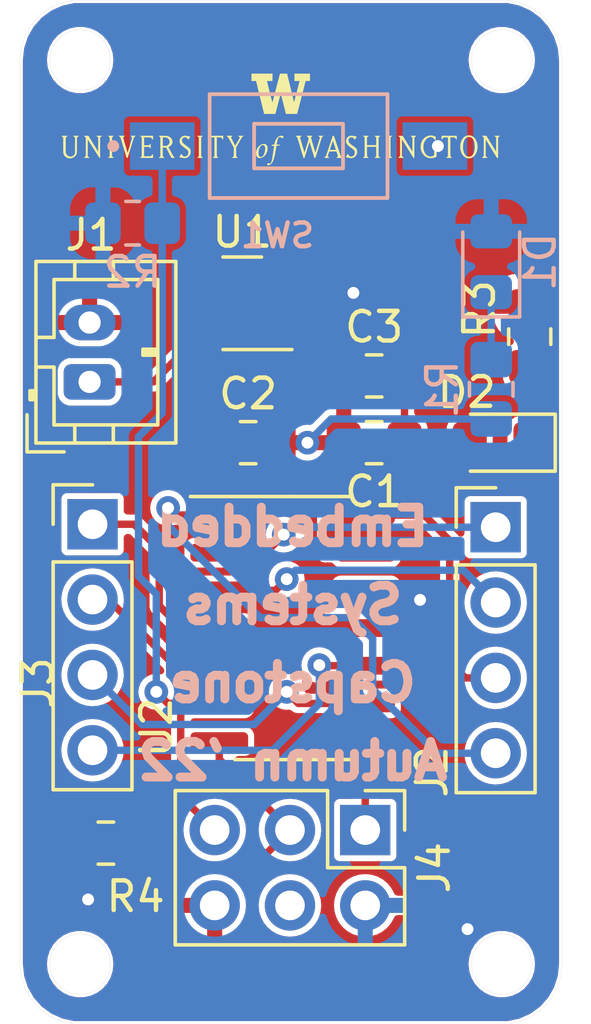
<source format=kicad_pcb>
(kicad_pcb (version 20211014) (generator pcbnew)
  (layers (0 "F.Cu" signal) (31 "B.Cu" signal) (34 "B.Paste" user) (35 "F.Paste" user) (36 "B.SilkS" user "B.Silkscreen") (37 "F.SilkS" user "F.Silkscreen") (38 "B.Mask" user) (39 "F.Mask" user) (44 "Edge.Cuts" user))
  (net 0 "")
  (net 1 "GND")
  (net 2 "+3V3")
  (net 3 "+BATT")
  (net 4 "/LED")
  (net 5 "Net-(D1-Pad1)")
  (net 6 "/reset")
  (net 7 "Net-(D2-Pad1)")
  (net 8 "/SWCLK")
  (net 9 "/SWDIO")
  (net 10 "/GPIO_4")
  (net 11 "/GPIO_3")
  (net 12 "/GPIO_2")
  (net 13 "/GPIO_1")
  (net 14 "/GPIO_8")
  (net 15 "/GPIO_7")
  (net 16 "/GPIO_6")
  (net 17 "/GPIO_5")
  (footprint "Capacitor_SMD:C_0805_2012Metric_Pad1.15x1.40mm_HandSolder" (layer "F.Cu") (at 80.45 75.5 180)
    (fp_text reference "C1" (at 0 -1.65) (layer "F.SilkS"))
    (fp_text value "0.1uF" hide)
    (pad "1" smd roundrect locked (at -1.025 0 180) (size 1.15 1.4) (layers "F.Cu" "F.Paste" "F.Mask") (roundrect_rratio 0.2173913043) (net 2 "+3V3"))
    (pad "2" smd roundrect locked (at 1.025 0 180) (size 1.15 1.4) (layers "F.Cu" "F.Paste" "F.Mask") (roundrect_rratio 0.2173913043) (net 1 "GND"))
  )
  (footprint "Capacitor_SMD:C_0805_2012Metric_Pad1.15x1.40mm_HandSolder" (layer "F.Cu") (at 76.2 75.5)
    (fp_text reference "C2" (at 0 -1.65) (layer "F.SilkS"))
    (fp_text value "1uF")
    (pad "1" smd roundrect locked (at -1.025 0) (size 1.15 1.4) (layers "F.Cu" "F.Paste" "F.Mask") (roundrect_rratio 0.2173913043) (net 3 "+BATT"))
    (pad "2" smd roundrect locked (at 1.025 0) (size 1.15 1.4) (layers "F.Cu" "F.Paste" "F.Mask") (roundrect_rratio 0.2173913043) (net 1 "GND"))
  )
  (footprint "Capacitor_SMD:C_0805_2012Metric_Pad1.15x1.40mm_HandSolder" (layer "F.Cu") (at 80.45 73.25 180)
    (fp_text reference "C3" (at 0 1.65) (layer "F.SilkS"))
    (fp_text value "1uF")
    (pad "1" smd roundrect locked (at -1.025 0 180) (size 1.15 1.4) (layers "F.Cu" "F.Paste" "F.Mask") (roundrect_rratio 0.2173913043) (net 2 "+3V3"))
    (pad "2" smd roundrect locked (at 1.025 0 180) (size 1.15 1.4) (layers "F.Cu" "F.Paste" "F.Mask") (roundrect_rratio 0.2173913043) (net 1 "GND"))
  )
  (footprint "LED_SMD:LED_0805_2012Metric_Pad1.15x1.40mm_HandSolder" (layer "F.Cu") (at 84.7 75.5 180)
    (fp_text reference "D2" (at 1.125 1.7) (layer "F.SilkS"))
    (fp_text value "LED_ALT")
    (pad "1" smd roundrect (at -1.025 0 180) (size 1.15 1.4) (layers "F.Cu" "F.Paste" "F.Mask") (roundrect_rratio 0.2173913043) (net 7 "Net-(D2-Pad1)"))
    (pad "2" smd roundrect (at 1.025 0 180) (size 1.15 1.4) (layers "F.Cu" "F.Paste" "F.Mask") (roundrect_rratio 0.2173913043) (net 4 "/LED"))
  )
  (footprint "Connector_PinHeader_2.54mm:PinHeader_2x03_P2.54mm_Vertical" (layer "F.Cu") (at 80.15 88.56 -90)
    (fp_text reference "J4" (at 1.27 -2.33 90) (layer "F.SilkS"))
    (fp_text value "SWD_Conn")
    (pad "1" thru_hole rect (at 0 0 270) (size 1.7 1.7) (drill 1) (layers *.Cu *.Mask) (net 9 "/SWDIO"))
    (pad "2" thru_hole oval (at 2.54 0 270) (size 1.7 1.7) (drill 1) (layers *.Cu *.Mask) (net 2 "+3V3"))
    (pad "3" thru_hole oval (at 0 2.54 270) (size 1.7 1.7) (drill 1) (layers *.Cu *.Mask) (net 8 "/SWCLK"))
    (pad "4" thru_hole oval (at 2.54 2.54 270) (size 1.7 1.7) (drill 1) (layers *.Cu *.Mask))
    (pad "5" thru_hole oval (at 0 5.08 270) (size 1.7 1.7) (drill 1) (layers *.Cu *.Mask) (net 6 "/reset"))
    (pad "6" thru_hole oval (at 2.54 5.08 270) (size 1.7 1.7) (drill 1) (layers *.Cu *.Mask) (net 1 "GND"))
  )
  (footprint "Connector_PinHeader_2.54mm:PinHeader_1x04_P2.54mm_Vertical" (layer "F.Cu") (at 84.55 78.35)
    (fp_text reference "J2" (at -2.15 8.25 90) (layer "F.SilkS"))
    (fp_text value "GPIO_A")
    (pad "1" thru_hole rect (at 0 0) (size 1.7 1.7) (drill 1) (layers *.Cu *.Mask) (net 13 "/GPIO_1"))
    (pad "2" thru_hole oval (at 0 2.54) (size 1.7 1.7) (drill 1) (layers *.Cu *.Mask) (net 12 "/GPIO_2"))
    (pad "3" thru_hole oval (at 0 5.08) (size 1.7 1.7) (drill 1) (layers *.Cu *.Mask) (net 11 "/GPIO_3"))
    (pad "4" thru_hole oval (at 0 7.62) (size 1.7 1.7) (drill 1) (layers *.Cu *.Mask) (net 10 "/GPIO_4"))
  )
  (footprint "Connector_PinHeader_2.54mm:PinHeader_1x04_P2.54mm_Vertical" (layer "F.Cu") (at 70.95 78.25)
    (fp_text reference "J3" (at -1.85 5.35 270) (layer "F.SilkS"))
    (fp_text value "GPIO_B")
    (pad "1" thru_hole rect (at 0 0) (size 1.7 1.7) (drill 1) (layers *.Cu *.Mask) (net 17 "/GPIO_5"))
    (pad "2" thru_hole oval (at 0 2.54) (size 1.7 1.7) (drill 1) (layers *.Cu *.Mask) (net 16 "/GPIO_6"))
    (pad "3" thru_hole oval (at 0 5.08) (size 1.7 1.7) (drill 1) (layers *.Cu *.Mask) (net 15 "/GPIO_7"))
    (pad "4" thru_hole oval (at 0 7.62) (size 1.7 1.7) (drill 1) (layers *.Cu *.Mask) (net 14 "/GPIO_8"))
  )
  (footprint "Connector_JST:JST_PH_B2B-PH-K_1x02_P2.00mm_Vertical" (layer "F.Cu") (at 70.85 73.45 90)
    (fp_text reference "J1" (at 4.95 0.05) (layer "F.SilkS"))
    (fp_text value "Battery_JST")
    (pad "1" thru_hole roundrect (at 0 0 90) (size 1.2 1.75) (drill 0.75) (layers *.Cu *.Mask) (roundrect_rratio 0.2083333333) (net 3 "+BATT"))
    (pad "2" thru_hole oval (at 2 0 90) (size 1.2 1.75) (drill 0.75) (layers *.Cu *.Mask) (net 1 "GND"))
  )
  (footprint "Resistor_SMD:R_0805_2012Metric_Pad1.15x1.40mm_HandSolder" (layer "F.Cu") (at 85.7 71.925 -90)
    (fp_text reference "R3" (at -0.925 1.7 90) (layer "F.SilkS"))
    (fp_text value "1k")
    (pad "1" smd roundrect locked (at -1.025 0 270) (size 1.15 1.4) (layers "F.Cu" "F.Paste" "F.Mask") (roundrect_rratio 0.2173913043) (net 1 "GND"))
    (pad "2" smd roundrect locked (at 1.025 0 270) (size 1.15 1.4) (layers "F.Cu" "F.Paste" "F.Mask") (roundrect_rratio 0.2173913043) (net 7 "Net-(D2-Pad1)"))
  )
  (footprint "Resistor_SMD:R_0805_2012Metric_Pad1.15x1.40mm_HandSolder" (layer "F.Cu") (at 71.4 89)
    (fp_text reference "R4" (at 1 1.8 180) (layer "F.SilkS"))
    (fp_text value "10k")
    (pad "1" smd roundrect locked (at -1.025 0) (size 1.15 1.4) (layers "F.Cu" "F.Paste" "F.Mask") (roundrect_rratio 0.2173913043) (net 2 "+3V3"))
    (pad "2" smd roundrect locked (at 1.025 0) (size 1.15 1.4) (layers "F.Cu" "F.Paste" "F.Mask") (roundrect_rratio 0.2173913043) (net 8 "/SWCLK"))
  )
  (footprint "Package_SO:SOIC-14_3.9x8.7mm_P1.27mm" (layer "F.Cu") (at 77.7 81.75)
    (fp_text reference "U2" (at -4.6 3.35 270) (layer "F.SilkS"))
    (fp_text value "ATSAMD10C14A-SS")
    (pad "1" smd roundrect (at -2.475 -3.81) (size 1.95 0.6) (layers "F.Cu" "F.Paste" "F.Mask") (net 10 "/GPIO_4"))
    (pad "2" smd roundrect (at -2.475 -2.54) (size 1.95 0.6) (layers "F.Cu" "F.Paste" "F.Mask") (net 13 "/GPIO_1"))
    (pad "3" smd roundrect (at -2.475 -1.27) (size 1.95 0.6) (layers "F.Cu" "F.Paste" "F.Mask") (net 12 "/GPIO_2"))
    (pad "4" smd roundrect (at -2.475 0) (size 1.95 0.6) (layers "F.Cu" "F.Paste" "F.Mask") (net 17 "/GPIO_5"))
    (pad "5" smd roundrect (at -2.475 1.27) (size 1.95 0.6) (layers "F.Cu" "F.Paste" "F.Mask") (net 16 "/GPIO_6"))
    (pad "6" smd roundrect (at -2.475 2.54) (size 1.95 0.6) (layers "F.Cu" "F.Paste" "F.Mask") (net 6 "/reset"))
    (pad "7" smd roundrect (at -2.475 3.81) (size 1.95 0.6) (layers "F.Cu" "F.Paste" "F.Mask") (net 8 "/SWCLK"))
    (pad "8" smd roundrect (at 2.475 3.81) (size 1.95 0.6) (layers "F.Cu" "F.Paste" "F.Mask") (net 9 "/SWDIO"))
    (pad "9" smd roundrect (at 2.475 2.54) (size 1.95 0.6) (layers "F.Cu" "F.Paste" "F.Mask") (net 15 "/GPIO_7"))
    (pad "10" smd roundrect (at 2.475 1.27) (size 1.95 0.6) (layers "F.Cu" "F.Paste" "F.Mask") (net 14 "/GPIO_8"))
    (pad "11" smd roundrect (at 2.475 0) (size 1.95 0.6) (layers "F.Cu" "F.Paste" "F.Mask") (net 1 "GND"))
    (pad "12" smd roundrect (at 2.475 -1.27) (size 1.95 0.6) (layers "F.Cu" "F.Paste" "F.Mask") (net 2 "+3V3"))
    (pad "13" smd roundrect (at 2.475 -2.54) (size 1.95 0.6) (layers "F.Cu" "F.Paste" "F.Mask") (net 4 "/LED"))
    (pad "14" smd roundrect (at 2.475 -3.81) (size 1.95 0.6) (layers "F.Cu" "F.Paste" "F.Mask") (net 11 "/GPIO_3"))
  )
  (footprint "Package_TO_SOT_SMD:SOT-23" (layer "F.Cu") (at 76 70.8 180)
    (fp_text reference "U1" (at 0 2.4) (layer "F.SilkS"))
    (fp_text value "APE8865N-12-HF-3")
    (pad "1" smd roundrect (at -0.9375 -0.95 180) (size 1.475 0.6) (layers "F.Cu" "F.Paste" "F.Mask") (net 1 "GND"))
    (pad "2" smd roundrect (at -0.9375 0.95 180) (size 1.475 0.6) (layers "F.Cu" "F.Paste" "F.Mask") (net 2 "+3V3"))
    (pad "3" smd roundrect (at 0.9375 0 180) (size 1.475 0.6) (layers "F.Cu" "F.Paste" "F.Mask") (net 3 "+BATT"))
  )
  (footprint "LOGO" (layer "F.Cu") (at 77.3 64.6)
    (fp_text reference "G***" hide)
    (fp_text value "LOGO" hide)
  )
  (footprint "Custom:SW_1437566-4" (layer "B.Cu") (at 77.9 65.5)
    (fp_text reference "SW1" (at -0.71117 3.01302) (layer "B.SilkS") (effects (font (size 0.801339 0.801339)) (justify mirror)))
    (fp_text value "1437566-4")
    (pad "1" smd rect (at -4.6 0) (size 2.18 1.6) (layers "B.Cu" "B.Paste" "B.Mask") (net 6 "/reset"))
    (pad "2" smd rect (at 4.6 0) (size 2.18 1.6) (layers "B.Cu" "B.Paste" "B.Mask") (net 1 "GND"))
  )
  (footprint "Resistor_SMD:R_0805_2012Metric_Pad1.20x1.40mm_HandSolder" (layer "B.Cu") (at 84.4 73.7 -90)
    (fp_text reference "R1" (at 0 1.65 90) (layer "B.SilkS") (effects (justify mirror)))
    (fp_text value "1k")
    (pad "1" smd roundrect (at -1 0 270) (size 1.2 1.4) (layers "B.Cu" "B.Paste" "B.Mask") (roundrect_rratio 0.2083333333) (net 5 "Net-(D1-Pad1)"))
    (pad "2" smd roundrect (at 1 0 270) (size 1.2 1.4) (layers "B.Cu" "B.Paste" "B.Mask") (roundrect_rratio 0.2083333333) (net 1 "GND"))
  )
  (footprint "Resistor_SMD:R_0805_2012Metric_Pad1.20x1.40mm_HandSolder" (layer "B.Cu") (at 72.3 68.1)
    (fp_text reference "R2" (at 0 1.65) (layer "B.SilkS") (effects (justify mirror)))
    (fp_text value "10k")
    (pad "1" smd roundrect (at -1 0) (size 1.2 1.4) (layers "B.Cu" "B.Paste" "B.Mask") (roundrect_rratio 0.2083333333) (net 2 "+3V3"))
    (pad "2" smd roundrect (at 1 0) (size 1.2 1.4) (layers "B.Cu" "B.Paste" "B.Mask") (roundrect_rratio 0.2083333333) (net 6 "/reset"))
  )
  (footprint "LED_SMD:LED_0805_2012Metric_Pad1.15x1.40mm_HandSolder" (layer "B.Cu") (at 84.4 69.4 90)
    (fp_text reference "D1" (at 0 1.65 90) (layer "B.SilkS") (effects (justify mirror)))
    (fp_text value "LED_ALT")
    (pad "1" smd roundrect (at -1.025 0 90) (size 1.15 1.4) (layers "B.Cu" "B.Paste" "B.Mask") (roundrect_rratio 0.2173913043) (net 5 "Net-(D1-Pad1)"))
    (pad "2" smd roundrect (at 1.025 0 90) (size 1.15 1.4) (layers "B.Cu" "B.Paste" "B.Mask") (roundrect_rratio 0.2173913043) (net 2 "+3V3"))
  )
  (gr_line (start 69.533242 92.867656) (end 69.5992 92.664659) (layer "Edge.Cuts") (width 0.008))
  (gr_line (start 84.862721 92.064508) (end 85.071519 92.108907) (layer "Edge.Cuts") (width 0.008))
  (gr_line (start 83.929931 63.200151) (end 83.82319 63.015341) (layer "Edge.Cuts") (width 0.008))
  (gr_line (start 85.582059 63.200151) (end 85.43923 63.35885) (layer "Edge.Cuts") (width 0.008))
  (gr_line (start 69.84877 92.32115) (end 70.02147 92.195674) (layer "Edge.Cuts") (width 0.008))
  (gr_line (start 85.754758 92.867656) (end 85.77707 93.08) (layer "Edge.Cuts") (width 0.008))
  (gr_line (start 83.73492 93.08) (end 83.757221 92.867656) (layer "Edge.Cuts") (width 0.008))
  (gr_line (start 69.84877 61.84115) (end 70.02147 61.715775) (layer "Edge.Cuts") (width 0.008))
  (gr_line (start 70.319605 60.579176) (end 69.904082 60.667466) (layer "Edge.Cuts") (width 0.008))
  (gr_line (start 85.43923 93.83885) (end 85.26653 93.964225) (layer "Edge.Cuts") (width 0.008))
  (gr_line (start 71.55308 62.6) (end 71.530779 62.812344) (layer "Edge.Cuts") (width 0.008))
  (gr_line (start 86.612323 93.906516) (end 86.74358 93.502453) (layer "Edge.Cuts") (width 0.008))
  (gr_line (start 70.638741 92.064508) (end 70.847529 92.108907) (layer "Edge.Cuts") (width 0.008))
  (gr_line (start 69.533242 62.387758) (end 69.5992 62.184659) (layer "Edge.Cuts") (width 0.008))
  (gr_line (start 85.26653 63.484326) (end 85.071519 63.571093) (layer "Edge.Cuts") (width 0.008))
  (gr_line (start 70.02147 63.484326) (end 69.84877 63.35885) (layer "Edge.Cuts") (width 0.008))
  (gr_line (start 69.5992 63.015341) (end 69.533242 62.812344) (layer "Edge.Cuts") (width 0.008))
  (gr_line (start 85.26653 92.195674) (end 85.43923 92.32115) (layer "Edge.Cuts") (width 0.008))
  (gr_line (start 71.358069 92.479849) (end 71.46481 92.664659) (layer "Edge.Cuts") (width 0.008))
  (gr_line (start 70.847529 94.051093) (end 70.638741 94.095492) (layer "Edge.Cuts") (width 0.008))
  (gr_line (start 85.383918 60.667466) (end 84.968395 60.579176) (layer "Edge.Cuts") (width 0.008))
  (gr_line (start 85.6888 63.015341) (end 85.582059 63.200151) (layer "Edge.Cuts") (width 0.008))
  (gr_line (start 83.929931 93.680151) (end 83.82319 93.495341) (layer "Edge.Cuts") (width 0.008))
  (gr_line (start 68.888082 94.27441) (end 69.172328 94.590081) (layer "Edge.Cuts") (width 0.008))
  (gr_line (start 70.425279 94.095492) (end 70.216481 94.051093) (layer "Edge.Cuts") (width 0.008))
  (gr_line (start 70.216481 63.571093) (end 70.02147 63.484326) (layer "Edge.Cuts") (width 0.008))
  (gr_line (start 85.43923 92.32115) (end 85.582059 92.479849) (layer "Edge.Cuts") (width 0.008))
  (gr_line (start 69.705941 63.200151) (end 69.5992 63.015341) (layer "Edge.Cuts") (width 0.008))
  (gr_line (start 69.51093 93.08) (end 69.533242 92.867656) (layer "Edge.Cuts") (width 0.008))
  (gr_line (start 71.04254 93.964225) (end 70.847529 94.051093) (layer "Edge.Cuts") (width 0.008))
  (gr_line (start 85.772 60.840288) (end 85.383918 60.667466) (layer "Edge.Cuts") (width 0.008))
  (gr_line (start 83.82319 93.495341) (end 83.757221 93.292242) (layer "Edge.Cuts") (width 0.008))
  (gr_line (start 71.46481 93.495341) (end 71.358069 93.680151) (layer "Edge.Cuts") (width 0.008))
  (gr_line (start 69.5992 62.184659) (end 69.705941 61.999849) (layer "Edge.Cuts") (width 0.008))
  (gr_line (start 71.530779 62.387758) (end 71.55308 62.6) (layer "Edge.Cuts") (width 0.008))
  (gr_line (start 84.07275 92.32115) (end 84.24546 92.195674) (layer "Edge.Cuts") (width 0.008))
  (gr_line (start 71.358069 61.999849) (end 71.46481 62.184659) (layer "Edge.Cuts") (width 0.008))
  (gr_line (start 84.968395 60.579176) (end 70.319605 60.579176) (layer "Edge.Cuts") (width 0.008))
  (gr_line (start 85.6888 93.495341) (end 85.582059 93.680151) (layer "Edge.Cuts") (width 0.008))
  (gr_line (start 85.772 94.839712) (end 86.115672 94.590081) (layer "Edge.Cuts") (width 0.008))
  (gr_line (start 71.04254 92.195674) (end 71.21525 92.32115) (layer "Edge.Cuts") (width 0.008))
  (gr_line (start 84.07275 93.83885) (end 83.929931 93.680151) (layer "Edge.Cuts") (width 0.008))
  (gr_line (start 85.26653 93.964225) (end 85.071519 94.051093) (layer "Edge.Cuts") (width 0.008))
  (gr_line (start 69.172328 61.089919) (end 68.888082 61.40559) (layer "Edge.Cuts") (width 0.008))
  (gr_line (start 86.399918 94.27441) (end 86.612323 93.906516) (layer "Edge.Cuts") (width 0.008))
  (gr_line (start 85.071519 92.108907) (end 85.26653 92.195674) (layer "Edge.Cuts") (width 0.008))
  (gr_line (start 84.862721 61.584508) (end 85.071519 61.628907) (layer "Edge.Cuts") (width 0.008))
  (gr_line (start 69.904082 60.667466) (end 69.516 60.840288) (layer "Edge.Cuts") (width 0.008))
  (gr_line (start 83.929931 61.999849) (end 84.07275 61.84115) (layer "Edge.Cuts") (width 0.008))
  (gr_line (start 85.43923 61.84115) (end 85.582059 61.999849) (layer "Edge.Cuts") (width 0.008))
  (gr_line (start 70.425279 61.584508) (end 70.638741 61.584508) (layer "Edge.Cuts") (width 0.008))
  (gr_line (start 69.533242 93.292242) (end 69.51093 93.08) (layer "Edge.Cuts") (width 0.008))
  (gr_line (start 86.115672 61.089919) (end 85.772 60.840288) (layer "Edge.Cuts") (width 0.008))
  (gr_line (start 85.754758 62.387758) (end 85.77707 62.6) (layer "Edge.Cuts") (width 0.008))
  (gr_line (start 85.071519 63.571093) (end 84.862721 63.615492) (layer "Edge.Cuts") (width 0.008))
  (gr_line (start 70.02147 92.195674) (end 70.216481 92.108907) (layer "Edge.Cuts") (width 0.008))
  (gr_line (start 69.705941 93.680151) (end 69.5992 93.495341) (layer "Edge.Cuts") (width 0.008))
  (gr_line (start 83.757221 62.812344) (end 83.73492 62.6) (layer "Edge.Cuts") (width 0.008))
  (gr_line (start 71.04254 63.484326) (end 70.847529 63.571093) (layer "Edge.Cuts") (width 0.008))
  (gr_line (start 71.46481 63.015341) (end 71.358069 63.200151) (layer "Edge.Cuts") (width 0.008))
  (gr_line (start 84.862721 94.095492) (end 84.649259 94.095492) (layer "Edge.Cuts") (width 0.008))
  (gr_line (start 68.54442 62.177547) (end 68.5 62.6) (layer "Edge.Cuts") (width 0.008))
  (gr_line (start 85.071519 61.628907) (end 85.26653 61.715775) (layer "Edge.Cuts") (width 0.008))
  (gr_line (start 84.649259 94.095492) (end 84.440471 94.051093) (layer "Edge.Cuts") (width 0.008))
  (gr_line (start 85.582059 61.999849) (end 85.6888 62.184659) (layer "Edge.Cuts") (width 0.008))
  (gr_line (start 69.705941 92.479849) (end 69.84877 92.32115) (layer "Edge.Cuts") (width 0.008))
  (gr_line (start 69.533242 62.812344) (end 69.51093 62.6) (layer "Edge.Cuts") (width 0.008))
  (gr_line (start 71.04254 61.715775) (end 71.21525 61.84115) (layer "Edge.Cuts") (width 0.008))
  (gr_line (start 71.21525 93.83885) (end 71.04254 93.964225) (layer "Edge.Cuts") (width 0.008))
  (gr_line (start 83.73492 62.6) (end 83.757221 62.387758) (layer "Edge.Cuts") (width 0.008))
  (gr_line (start 83.757221 93.292242) (end 83.73492 93.08) (layer "Edge.Cuts") (width 0.008))
  (gr_line (start 68.675677 93.906516) (end 68.888082 94.27441) (layer "Edge.Cuts") (width 0.008))
  (gr_line (start 85.6888 62.184659) (end 85.754758 62.387758) (layer "Edge.Cuts") (width 0.008))
  (gr_line (start 71.530779 62.812344) (end 71.46481 63.015341) (layer "Edge.Cuts") (width 0.008))
  (gr_line (start 71.46481 62.184659) (end 71.530779 62.387758) (layer "Edge.Cuts") (width 0.008))
  (gr_line (start 83.757221 62.387758) (end 83.82319 62.184659) (layer "Edge.Cuts") (width 0.008))
  (gr_line (start 70.02147 61.715775) (end 70.216481 61.628907) (layer "Edge.Cuts") (width 0.008))
  (gr_line (start 84.24546 92.195674) (end 84.440471 92.108907) (layer "Edge.Cuts") (width 0.008))
  (gr_line (start 84.649259 61.584508) (end 84.862721 61.584508) (layer "Edge.Cuts") (width 0.008))
  (gr_line (start 86.612323 61.773484) (end 86.399918 61.40559) (layer "Edge.Cuts") (width 0.008))
  (gr_line (start 71.55308 93.08) (end 71.530779 93.292242) (layer "Edge.Cuts") (width 0.008))
  (gr_line (start 69.5992 93.495341) (end 69.533242 93.292242) (layer "Edge.Cuts") (width 0.008))
  (gr_line (start 69.904082 95.012534) (end 70.319605 95.100824) (layer "Edge.Cuts") (width 0.008))
  (gr_line (start 85.77707 93.08) (end 85.754758 93.292242) (layer "Edge.Cuts") (width 0.008))
  (gr_line (start 68.675677 61.773484) (end 68.54442 62.177547) (layer "Edge.Cuts") (width 0.008))
  (gr_line (start 70.638741 61.584508) (end 70.847529 61.628907) (layer "Edge.Cuts") (width 0.008))
  (gr_line (start 84.24546 63.484326) (end 84.07275 63.35885) (layer "Edge.Cuts") (width 0.008))
  (gr_line (start 69.84877 93.83885) (end 69.705941 93.680151) (layer "Edge.Cuts") (width 0.008))
  (gr_line (start 84.07275 61.84115) (end 84.24546 61.715775) (layer "Edge.Cuts") (width 0.008))
  (gr_line (start 83.82319 63.015341) (end 83.757221 62.812344) (layer "Edge.Cuts") (width 0.008))
  (gr_line (start 71.21525 92.32115) (end 71.358069 92.479849) (layer "Edge.Cuts") (width 0.008))
  (gr_line (start 85.43923 63.35885) (end 85.26653 63.484326) (layer "Edge.Cuts") (width 0.008))
  (gr_line (start 84.649259 92.064508) (end 84.862721 92.064508) (layer "Edge.Cuts") (width 0.008))
  (gr_line (start 84.862721 63.615492) (end 84.649259 63.615492) (layer "Edge.Cuts") (width 0.008))
  (gr_line (start 86.115672 94.590081) (end 86.399918 94.27441) (layer "Edge.Cuts") (width 0.008))
  (gr_line (start 68.5 62.6) (end 68.5 93.08) (layer "Edge.Cuts") (width 0.008))
  (gr_line (start 68.54442 93.502453) (end 68.675677 93.906516) (layer "Edge.Cuts") (width 0.008))
  (gr_line (start 68.888082 61.40559) (end 68.675677 61.773484) (layer "Edge.Cuts") (width 0.008))
  (gr_line (start 70.847529 61.628907) (end 71.04254 61.715775) (layer "Edge.Cuts") (width 0.008))
  (gr_line (start 71.358069 93.680151) (end 71.21525 93.83885) (layer "Edge.Cuts") (width 0.008))
  (gr_line (start 70.319605 95.100824) (end 84.968395 95.100824) (layer "Edge.Cuts") (width 0.008))
  (gr_line (start 83.82319 62.184659) (end 83.929931 61.999849) (layer "Edge.Cuts") (width 0.008))
  (gr_line (start 86.74358 62.177547) (end 86.612323 61.773484) (layer "Edge.Cuts") (width 0.008))
  (gr_line (start 85.582059 93.680151) (end 85.43923 93.83885) (layer "Edge.Cuts") (width 0.008))
  (gr_line (start 69.516 60.840288) (end 69.172328 61.089919) (layer "Edge.Cuts") (width 0.008))
  (gr_line (start 85.071519 94.051093) (end 84.862721 94.095492) (layer "Edge.Cuts") (width 0.008))
  (gr_line (start 69.51093 62.6) (end 69.533242 62.387758) (layer "Edge.Cuts") (width 0.008))
  (gr_line (start 69.516 94.839712) (end 69.904082 95.012534) (layer "Edge.Cuts") (width 0.008))
  (gr_line (start 84.649259 63.615492) (end 84.440471 63.571093) (layer "Edge.Cuts") (width 0.008))
  (gr_line (start 69.84877 63.35885) (end 69.705941 63.200151) (layer "Edge.Cuts") (width 0.008))
  (gr_line (start 71.358069 63.200151) (end 71.21525 63.35885) (layer "Edge.Cuts") (width 0.008))
  (gr_line (start 70.02147 93.964225) (end 69.84877 93.83885) (layer "Edge.Cuts") (width 0.008))
  (gr_line (start 71.21525 63.35885) (end 71.04254 63.484326) (layer "Edge.Cuts") (width 0.008))
  (gr_line (start 70.425279 92.064508) (end 70.638741 92.064508) (layer "Edge.Cuts") (width 0.008))
  (gr_line (start 71.530779 92.867656) (end 71.55308 93.08) (layer "Edge.Cuts") (width 0.008))
  (gr_line (start 69.705941 61.999849) (end 69.84877 61.84115) (layer "Edge.Cuts") (width 0.008))
  (gr_line (start 84.24546 61.715775) (end 84.440471 61.628907) (layer "Edge.Cuts") (width 0.008))
  (gr_line (start 85.754758 62.812344) (end 85.6888 63.015341) (layer "Edge.Cuts") (width 0.008))
  (gr_line (start 70.847529 63.571093) (end 70.638741 63.615492) (layer "Edge.Cuts") (width 0.008))
  (gr_line (start 83.757221 92.867656) (end 83.82319 92.664659) (layer "Edge.Cuts") (width 0.008))
  (gr_line (start 69.172328 94.590081) (end 69.516 94.839712) (layer "Edge.Cuts") (width 0.008))
  (gr_line (start 84.440471 92.108907) (end 84.649259 92.064508) (layer "Edge.Cuts") (width 0.008))
  (gr_line (start 84.24546 93.964225) (end 84.07275 93.83885) (layer "Edge.Cuts") (width 0.008))
  (gr_line (start 70.216481 92.108907) (end 70.425279 92.064508) (layer "Edge.Cuts") (width 0.008))
  (gr_line (start 71.530779 93.292242) (end 71.46481 93.495341) (layer "Edge.Cuts") (width 0.008))
  (gr_line (start 83.82319 92.664659) (end 83.929931 92.479849) (layer "Edge.Cuts") (width 0.008))
  (gr_line (start 86.74358 93.502453) (end 86.788 93.08) (layer "Edge.Cuts") (width 0.008))
  (gr_line (start 84.440471 61.628907) (end 84.649259 61.584508) (layer "Edge.Cuts") (width 0.008))
  (gr_line (start 70.638741 63.615492) (end 70.425279 63.615492) (layer "Edge.Cuts") (width 0.008))
  (gr_line (start 85.77707 62.6) (end 85.754758 62.812344) (layer "Edge.Cuts") (width 0.008))
  (gr_line (start 69.5992 92.664659) (end 69.705941 92.479849) (layer "Edge.Cuts") (width 0.008))
  (gr_line (start 70.216481 61.628907) (end 70.425279 61.584508) (layer "Edge.Cuts") (width 0.008))
  (gr_line (start 70.638741 94.095492) (end 70.425279 94.095492) (layer "Edge.Cuts") (width 0.008))
  (gr_line (start 85.6888 92.664659) (end 85.754758 92.867656) (layer "Edge.Cuts") (width 0.008))
  (gr_line (start 84.968395 95.100824) (end 85.383918 95.012534) (layer "Edge.Cuts") (width 0.008))
  (gr_line (start 70.847529 92.108907) (end 71.04254 92.195674) (layer "Edge.Cuts") (width 0.008))
  (gr_line (start 85.754758 93.292242) (end 85.6888 93.495341) (layer "Edge.Cuts") (width 0.008))
  (gr_line (start 84.440471 63.571093) (end 84.24546 63.484326) (layer "Edge.Cuts") (width 0.008))
  (gr_line (start 71.21525 61.84115) (end 71.358069 61.999849) (layer "Edge.Cuts") (width 0.008))
  (gr_line (start 83.929931 92.479849) (end 84.07275 92.32115) (layer "Edge.Cuts") (width 0.008))
  (gr_line (start 85.26653 61.715775) (end 85.43923 61.84115) (layer "Edge.Cuts") (width 0.008))
  (gr_line (start 70.216481 94.051093) (end 70.02147 93.964225) (layer "Edge.Cuts") (width 0.008))
  (gr_line (start 84.07275 63.35885) (end 83.929931 63.200151) (layer "Edge.Cuts") (width 0.008))
  (gr_line (start 68.5 93.08) (end 68.54442 93.502453) (layer "Edge.Cuts") (width 0.008))
  (gr_line (start 71.46481 92.664659) (end 71.530779 92.867656) (layer "Edge.Cuts") (width 0.008))
  (gr_line (start 70.425279 63.615492) (end 70.216481 63.571093) (layer "Edge.Cuts") (width 0.008))
  (gr_line (start 85.582059 92.479849) (end 85.6888 92.664659) (layer "Edge.Cuts") (width 0.008))
  (gr_line (start 84.440471 94.051093) (end 84.24546 93.964225) (layer "Edge.Cuts") (width 0.008))
  (gr_line (start 86.399918 61.40559) (end 86.115672 61.089919) (layer "Edge.Cuts") (width 0.008))
  (gr_line (start 86.788 93.08) (end 86.788 62.6) (layer "Edge.Cuts") (width 0.008))
  (gr_line (start 85.383918 95.012534) (end 85.772 94.839712) (layer "Edge.Cuts") (width 0.008))
  (gr_line (start 86.788 62.6) (end 86.74358 62.177547) (layer "Edge.Cuts") (width 0.008))
  (gr_text "Autumn '22" (at 77.7 86.233334) (layer "B.SilkS") (effects (font (size 1.2 1.2) (thickness 0.3)) (justify mirror)))
  (gr_text "Systems" (at 77.7 80.966667) (layer "B.SilkS") (effects (font (size 1.2 1.2) (thickness 0.3)) (justify mirror)))
  (gr_text "Capstone" (at 77.7 83.6) (layer "B.SilkS") (effects (font (size 1.2 1.2) (thickness 0.3)) (justify mirror)))
  (gr_text "Embedded" (at 77.7 78.333334) (layer "B.SilkS") (effects (font (size 1.2 1.2) (thickness 0.3)) (justify mirror)))
  (via (at 78.2 75.5) (size 0.8) (drill 0.4) (layers "F.Cu" "B.Cu") (net 1))
  (via (at 82.6 65.5) (size 0.8) (drill 0.4) (layers "F.Cu" "B.Cu") (net 1))
  (segment (start 79 74.7) (end 84.4 74.7) (width 0.25) (layer "B.Cu") (net 1))
  (segment (start 78.2 75.5) (end 79 74.7) (width 0.25) (layer "B.Cu") (net 1))
  (segment (start 80.175 80.48) (end 81.68 80.48) (width 0.25) (layer "F.Cu") (net 2))
  (segment (start 70.375 89) (end 70.375 90.475) (width 0.25) (layer "F.Cu") (net 2))
  (segment (start 79.75 70.45) (end 81.475 72.175) (width 0.25) (layer "F.Cu") (net 2))
  (segment (start 81.68 80.48) (end 82 80.8) (width 0.25) (layer "F.Cu") (net 2))
  (segment (start 81.475 72.175) (end 81.475 73.25) (width 0.25) (layer "F.Cu") (net 2))
  (segment (start 77 69.85) (end 79.15 69.85) (width 0.25) (layer "F.Cu") (net 2))
  (segment (start 82.8 91.1) (end 83.6 91.9) (width 0.25) (layer "F.Cu") (net 2))
  (segment (start 70.375 90.475) (end 70.8 90.9) (width 0.25) (layer "F.Cu") (net 2))
  (segment (start 81.475 73.25) (end 81.475 75.5) (width 0.25) (layer "F.Cu") (net 2))
  (segment (start 80.15 91.1) (end 82.8 91.1) (width 0.25) (layer "F.Cu") (net 2))
  (segment (start 79.15 69.85) (end 79.75 70.45) (width 0.25) (layer "F.Cu") (net 2))
  (via (at 70.8 90.9) (size 0.8) (drill 0.4) (layers "F.Cu" "B.Cu") (net 2))
  (via (at 79.75 70.45) (size 0.8) (drill 0.4) (layers "F.Cu" "B.Cu") (net 2))
  (via (at 83.6 91.9) (size 0.8) (drill 0.4) (layers "F.Cu" "B.Cu") (net 2))
  (via (at 82 80.8) (size 0.8) (drill 0.4) (layers "F.Cu" "B.Cu") (net 2))
  (segment (start 75.175 73.125) (end 75.175 75.5) (width 0.25) (layer "F.Cu") (net 3))
  (segment (start 75 71.45) (end 75 70.8) (width 0.25) (layer "F.Cu") (net 3))
  (segment (start 75 70.8) (end 75 72.95) (width 0.25) (layer "F.Cu") (net 3))
  (segment (start 75 72.95) (end 75.175 73.125) (width 0.25) (layer "F.Cu") (net 3))
  (segment (start 73 73.45) (end 75 71.45) (width 0.25) (layer "F.Cu") (net 3))
  (segment (start 70.85 73.45) (end 73 73.45) (width 0.25) (layer "F.Cu") (net 3))
  (segment (start 82.5 76.9) (end 83.675 75.725) (width 0.25) (layer "F.Cu") (net 4))
  (segment (start 80.175 79.21) (end 78.81 79.21) (width 0.25) (layer "F.Cu") (net 4))
  (segment (start 78.4 78.8) (end 78.4 77.6) (width 0.25) (layer "F.Cu") (net 4))
  (segment (start 78.81 79.21) (end 78.4 78.8) (width 0.25) (layer "F.Cu") (net 4))
  (segment (start 79.1 76.9) (end 82.5 76.9) (width 0.25) (layer "F.Cu") (net 4))
  (segment (start 83.675 75.725) (end 83.675 75.4) (width 0.25) (layer "F.Cu") (net 4))
  (segment (start 78.4 77.6) (end 79.1 76.9) (width 0.25) (layer "F.Cu") (net 4))
  (segment (start 84.4 70.425) (end 84.4 72.7) (width 0.25) (layer "B.Cu") (net 5))
  (segment (start 73.92499 87.41499) (end 73.92499 84.61501) (width 0.25) (layer "F.Cu") (net 6))
  (segment (start 73.92499 84.61501) (end 74.25 84.29) (width 0.25) (layer "F.Cu") (net 6))
  (segment (start 74.25 84.29) (end 75.225 84.29) (width 0.25) (layer "F.Cu") (net 6))
  (segment (start 75.225 84.29) (end 73.49 84.29) (width 0.25) (layer "F.Cu") (net 6))
  (segment (start 73.49 84.29) (end 73.1 83.9) (width 0.25) (layer "F.Cu") (net 6))
  (segment (start 75.07 88.56) (end 73.92499 87.41499) (width 0.25) (layer "F.Cu") (net 6))
  (via (at 73.1 83.9) (size 0.8) (drill 0.4) (layers "F.Cu" "B.Cu") (net 6))
  (segment (start 73.3 74.5) (end 72.5 75.3) (width 0.25) (layer "B.Cu") (net 6))
  (segment (start 73.1 80.6) (end 73.1 83.9) (width 0.25) (layer "B.Cu") (net 6))
  (segment (start 73.3 68.1) (end 73.3 65.5) (width 0.25) (layer "B.Cu") (net 6))
  (segment (start 73.3 68.1) (end 73.3 74.5) (width 0.25) (layer "B.Cu") (net 6))
  (segment (start 72.5 75.3) (end 72.5 80) (width 0.25) (layer "B.Cu") (net 6))
  (segment (start 72.5 80) (end 73.1 80.6) (width 0.25) (layer "B.Cu") (net 6))
  (segment (start 85.7 75.375) (end 85.7 72.95) (width 0.25) (layer "F.Cu") (net 7))
  (segment (start 85.725 75.4) (end 85.7 75.375) (width 0.25) (layer "F.Cu") (net 7))
  (segment (start 73.735001 89.735001) (end 76.434999 89.735001) (width 0.25) (layer "F.Cu") (net 8))
  (segment (start 75.225 86.175) (end 75.225 85.56) (width 0.25) (layer "F.Cu") (net 8))
  (segment (start 72.425 89) (end 73 89) (width 0.25) (layer "F.Cu") (net 8))
  (segment (start 77.61 88.56) (end 75.225 86.175) (width 0.25) (layer "F.Cu") (net 8))
  (segment (start 76.434999 89.735001) (end 76.760001 89.409999) (width 0.25) (layer "F.Cu") (net 8))
  (segment (start 73 89) (end 73.735001 89.735001) (width 0.25) (layer "F.Cu") (net 8))
  (segment (start 76.760001 89.409999) (end 77.61 88.56) (width 0.25) (layer "F.Cu") (net 8))
  (segment (start 80.15 88.56) (end 80.15 85.585) (width 0.25) (layer "F.Cu") (net 9))
  (segment (start 80.15 85.585) (end 80.175 85.56) (width 0.25) (layer "F.Cu") (net 9))
  (segment (start 73.74 77.94) (end 73.5 77.7) (width 0.25) (layer "F.Cu") (net 10))
  (segment (start 75.225 77.94) (end 73.74 77.94) (width 0.25) (layer "F.Cu") (net 10))
  (via (at 73.5 77.7) (size 0.8) (drill 0.4) (layers "F.Cu" "B.Cu") (net 10))
  (segment (start 80.4 82.1) (end 79.7 81.4) (width 0.25) (layer "B.Cu") (net 10))
  (segment (start 84.55 85.97) (end 82.57 85.97) (width 0.25) (layer "B.Cu") (net 10))
  (segment (start 80.4 83.8) (end 80.4 82.1) (width 0.25) (layer "B.Cu") (net 10))
  (segment (start 79.7 81.4) (end 76.6 81.4) (width 0.25) (layer "B.Cu") (net 10))
  (segment (start 76.6 81.4) (end 73.5 78.3) (width 0.25) (layer "B.Cu") (net 10))
  (segment (start 82.57 85.97) (end 80.4 83.8) (width 0.25) (layer "B.Cu") (net 10))
  (segment (start 73.5 78.3) (end 73.5 77.7) (width 0.25) (layer "B.Cu") (net 10))
  (segment (start 83 78.8) (end 83 82.9) (width 0.25) (layer "F.Cu") (net 11))
  (segment (start 83 82.9) (end 83.53 83.43) (width 0.25) (layer "F.Cu") (net 11))
  (segment (start 80.175 77.94) (end 82.14 77.94) (width 0.25) (layer "F.Cu") (net 11))
  (segment (start 83.53 83.43) (end 84.55 83.43) (width 0.25) (layer "F.Cu") (net 11))
  (segment (start 82.14 77.94) (end 83 78.8) (width 0.25) (layer "F.Cu") (net 11))
  (segment (start 75.225 80.48) (end 77.12 80.48) (width 0.25) (layer "F.Cu") (net 12))
  (segment (start 77.12 80.48) (end 77.5 80.1) (width 0.25) (layer "F.Cu") (net 12))
  (via (at 77.5 80.1) (size 0.8) (drill 0.4) (layers "F.Cu" "B.Cu") (net 12))
  (segment (start 77.5 80.1) (end 77.8 79.8) (width 0.25) (layer "B.Cu") (net 12))
  (segment (start 77.8 79.8) (end 83.46 79.8) (width 0.25) (layer "B.Cu") (net 12))
  (segment (start 83.46 79.8) (end 84.55 80.89) (width 0.25) (layer "B.Cu") (net 12))
  (segment (start 76.79 79.21) (end 77.4 78.6) (width 0.25) (layer "F.Cu") (net 13))
  (segment (start 75.225 79.21) (end 76.79 79.21) (width 0.25) (layer "F.Cu") (net 13))
  (via (at 77.4 78.6) (size 0.8) (drill 0.4) (layers "F.Cu" "B.Cu") (net 13))
  (segment (start 77.4 78.6) (end 77.65 78.35) (width 0.25) (layer "B.Cu") (net 13))
  (segment (start 77.65 78.35) (end 84.55 78.35) (width 0.25) (layer "B.Cu") (net 13))
  (segment (start 78.6 83) (end 78.62 83.02) (width 0.25) (layer "F.Cu") (net 14))
  (segment (start 78.62 83.02) (end 80.175 83.02) (width 0.25) (layer "F.Cu") (net 14))
  (via (at 78.6 83) (size 0.8) (drill 0.4) (layers "F.Cu" "B.Cu") (net 14))
  (segment (start 78.6 83) (end 78.6 84.3) (width 0.25) (layer "B.Cu") (net 14))
  (segment (start 78.6 84.3) (end 77.03 85.87) (width 0.25) (layer "B.Cu") (net 14))
  (segment (start 77.03 85.87) (end 70.95 85.87) (width 0.25) (layer "B.Cu") (net 14))
  (segment (start 77.89 84.29) (end 77.5 83.9) (width 0.25) (layer "F.Cu") (net 15))
  (segment (start 80.175 84.29) (end 77.89 84.29) (width 0.25) (layer "F.Cu") (net 15))
  (via (at 77.5 83.9) (size 0.8) (drill 0.4) (layers "F.Cu" "B.Cu") (net 15))
  (segment (start 76.4 85) (end 77.5 83.9) (width 0.25) (layer "B.Cu") (net 15))
  (segment (start 70.95 83.33) (end 72.62 85) (width 0.25) (layer "B.Cu") (net 15))
  (segment (start 72.62 85) (end 76.4 85) (width 0.25) (layer "B.Cu") (net 15))
  (segment (start 71.49 80.79) (end 70.95 80.79) (width 0.25) (layer "F.Cu") (net 16))
  (segment (start 75.225 83.02) (end 73.72 83.02) (width 0.25) (layer "F.Cu") (net 16))
  (segment (start 73.72 83.02) (end 71.49 80.79) (width 0.25) (layer "F.Cu") (net 16))
  (segment (start 73.2 79.1) (end 73.2 81) (width 0.25) (layer "F.Cu") (net 17))
  (segment (start 72.35 78.25) (end 73.2 79.1) (width 0.25) (layer "F.Cu") (net 17))
  (segment (start 73.95 81.75) (end 75.225 81.75) (width 0.25) (layer "F.Cu") (net 17))
  (segment (start 70.95 78.25) (end 72.35 78.25) (width 0.25) (layer "F.Cu") (net 17))
  (segment (start 73.2 81) (end 73.95 81.75) (width 0.25) (layer "F.Cu") (net 17))
  (zone (net 1) (net_name "GND") (layer "F.Cu") (connect_pads (clearance 0.1)) (min_thickness 0.254) (fill yes (thermal_gap 0.508) (thermal_bridge_width 0.508))
    (polygon (pts (xy 86.8 95.1) (xy 68.5 95.1) (xy 68.5 60.6) (xy 86.8 60.6)))
  )
  (zone (net 2) (net_name "+3V3") (layer "B.Cu") (connect_pads (clearance 0.1)) (min_thickness 0.254) (fill yes (thermal_gap 0.508) (thermal_bridge_width 0.508))
    (polygon (pts (xy 86.8 95.1) (xy 68.5 95.1) (xy 68.5 60.6) (xy 86.8 60.6)))
  )
)
</source>
